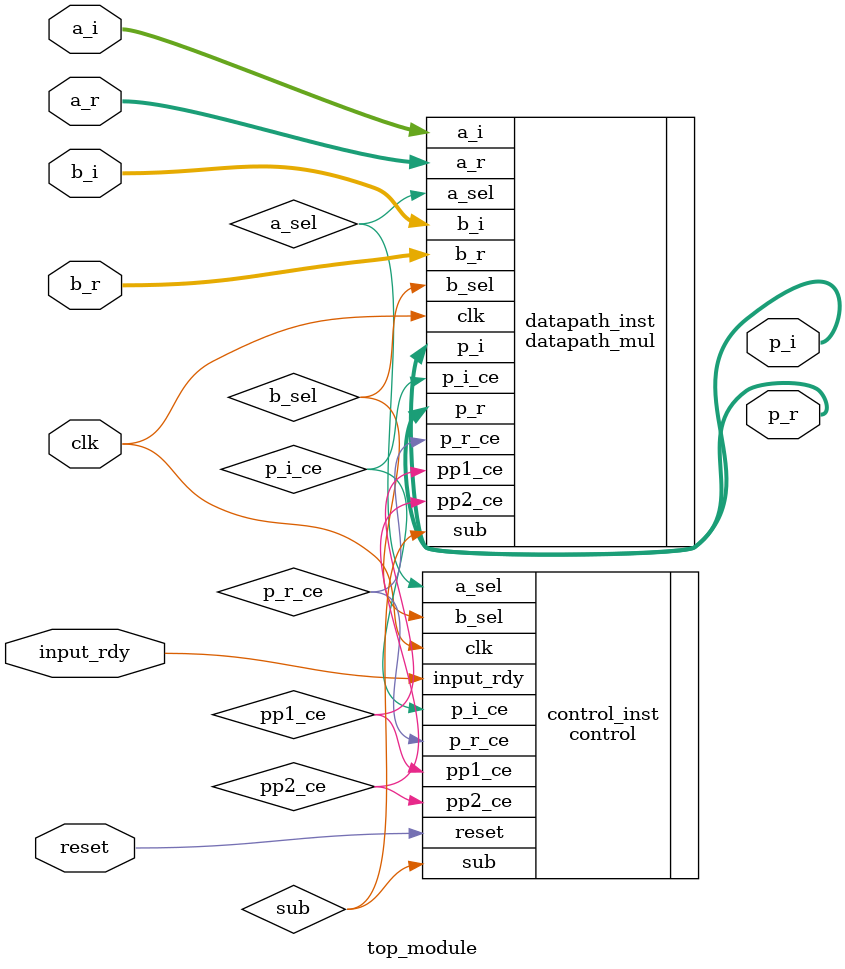
<source format=v>
`timescale 1ns/1ps
module top_module (
    input clk,
    input reset,
    input input_rdy,
    input  [3:-12] a_r, a_i, b_r, b_i,
    output  [7:-24] p_r, p_i
);

    // Wires to connect control and datapath
    wire a_sel, b_sel, pp1_ce, pp2_ce, sub, p_r_ce, p_i_ce;

    // Instantiate the control module
    control control_inst (
        .clk(clk),
        .reset(reset),
        .input_rdy(input_rdy),
        .a_sel(a_sel),
        .b_sel(b_sel),
        .pp1_ce(pp1_ce),
        .pp2_ce(pp2_ce),
        .sub(sub),
        .p_r_ce(p_r_ce),
        .p_i_ce(p_i_ce)
    );

    // Instantiate the datapath module
    datapath_mul datapath_inst (
        .p_r(p_r),
        .p_i(p_i),
        .a_r(a_r),
        .a_i(a_i),
        .b_r(b_r),
        .b_i(b_i),
        .a_sel(a_sel),
        .b_sel(b_sel),
        .pp1_ce(pp1_ce),
        .pp2_ce(pp2_ce),
        .sub(sub),
        .p_r_ce(p_r_ce),
        .p_i_ce(p_i_ce),
        .clk(clk)
    );

endmodule

</source>
